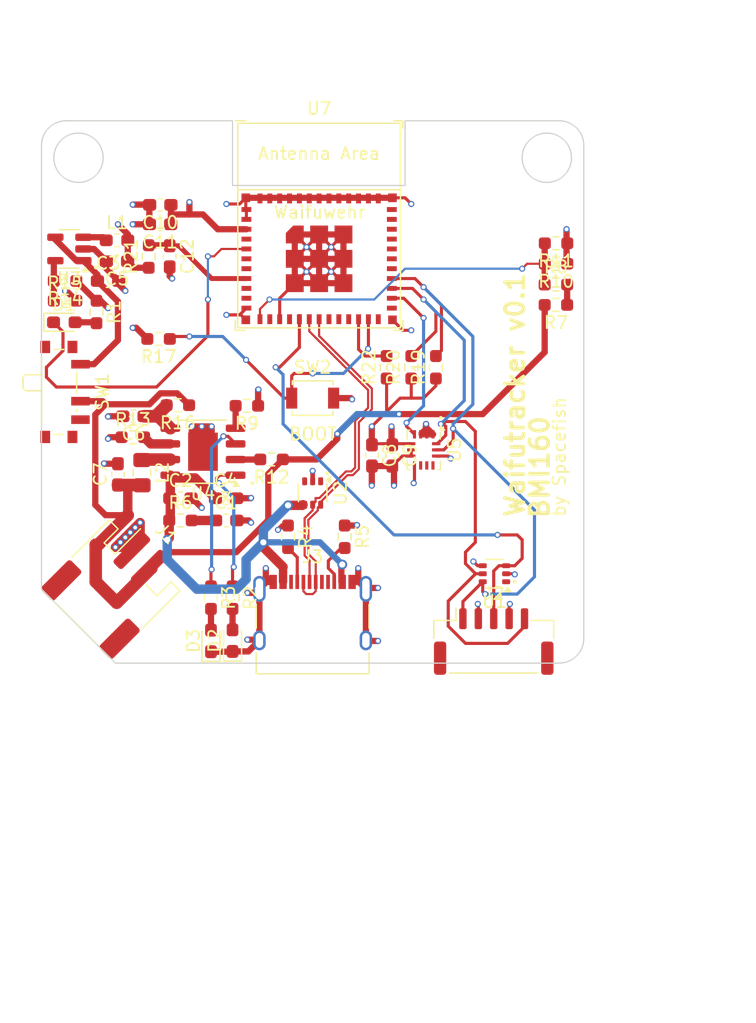
<source format=kicad_pcb>
(kicad_pcb (version 20240108) (generator "pcbnew") (generator_version "8.0")
  (layers (0 "F.Cu" signal) (1 "In1.Cu" power) (2 "In2.Cu" power) (31 "B.Cu" signal) (34 "B.Paste" user) (35 "F.Paste" user) (36 "B.SilkS" user "B.Silkscreen") (37 "F.SilkS" user "F.Silkscreen") (38 "B.Mask" user) (39 "F.Mask" user) (44 "Edge.Cuts" user))
  (net 0 "")
  (net 1 "Net-(C1-Pad1)")
  (net 2 "GND")
  (net 3 "+5V")
  (net 4 "VCC")
  (net 5 "+3V3")
  (net 6 "Net-(U4-BAT)")
  (net 7 "+BATT")
  (net 10 "/EN")
  (net 11 "STATUS_LED")
  (net 12 "Net-(D1-A)")
  (net 13 "Net-(D2-A)")
  (net 14 "Net-(D3-A)")
  (net 15 "SCL")
  (net 16 "LSM_INT_AUX")
  (net 17 "SDA")
  (net 18 "USB_D+")
  (net 19 "USB_D-")
  (net 20 "Net-(J3-CC1)")
  (net 23 "Net-(J3-CC2)")
  (net 24 "Net-(U3-SW)")
  (net 25 "Net-(U4-SW)")
  (net 26 "CHARGING_LED")
  (net 27 "CHARGED_LED")
  (net 28 "Net-(R7-Pad1)")
  (net 29 "ADC")
  (net 30 "Net-(U4-NTC)")
  (net 31 "Net-(U4-TEST)")
  (net 32 "Net-(U4-ICHG)")
  (net 33 "Net-(U3-FB)")
  (net 34 "/BOOT")
  (net 35 "LSM_INT_MAIN")
  (net 41 "/GPIO8")
  (footprint "Package_TO_SOT_SMD:SOT-363_SC-70-6" (layer "F.Cu") (at 147 95.2 -90)
    (property "Reference" "U2")
    (property "Value" "SMF05CT1G")
  )
  (footprint "Capacitor_SMD:C_0603_1608Metric_Pad1.08x0.95mm_HandSolder" (layer "F.Cu") (at 151.8125 92.15 -90)
    (property "Reference" "C8")
    (property "Value" "100n")
  )
  (footprint "Resistor_SMD:R_0603_1608Metric_Pad0.98x0.95mm_HandSolder" (layer "F.Cu") (at 126.9125 78 180)
    (property "Reference" "R14")
    (property "Value" "680k")
  )
  (footprint "Resistor_SMD:R_0603_1608Metric_Pad0.98x0.95mm_HandSolder" (layer "F.Cu") (at 141.6625 88.125 180)
    (property "Reference" "R9")
    (property "Value" "51k")
  )
  (footprint "Resistor_SMD:R_0603_1608Metric_Pad0.98x0.95mm_HandSolder" (layer "F.Cu") (at 132.4125 90.675)
    (property "Reference" "R13")
    (property "Value" "91k")
  )
  (footprint "Connector_JST:JST_GH_SM05B-GHS-TB_1x05-1MP_P1.25mm_Horizontal" (layer "F.Cu") (at 161.691949 107.25)
    (property "Reference" "J2")
    (property "Value" "JST GH")
  )
  (footprint "Resistor_SMD:R_0603_1608Metric_Pad0.98x0.95mm_HandSolder" (layer "F.Cu") (at 149.6 98.75 -90)
    (property "Reference" "R5")
    (property "Value" "5k1")
  )
  (footprint "LED_SMD:LED_0603_1608Metric_Pad1.05x0.95mm_HandSolder" (layer "F.Cu") (at 140.5 107.175 90)
    (property "Reference" "D2")
    (property "Value" "RED")
  )
  (footprint "Resistor_SMD:R_0603_1608Metric_Pad0.98x0.95mm_HandSolder" (layer "F.Cu") (at 166.75 74.94 180)
    (property "Reference" "R11")
    (property "Value" "150k")
  )
  (footprint "Button_Switch_SMD:SW_SPST_B3U-1000P" (layer "F.Cu") (at 147 87.5)
    (property "Reference" "SW2")
    (property "Value" "SW_SPST")
  )
  (footprint "Capacitor_SMD:C_0603_1608Metric_Pad1.08x0.95mm_HandSolder" (layer "F.Cu") (at 139.975 95.625)
    (property "Reference" "C4")
    (property "Value" "22u")
  )
  (footprint "Inductor_SMD:L_0603_1608Metric_Pad1.05x0.95mm_HandSolder" (layer "F.Cu") (at 131.125 74.7)
    (property "Reference" "L1")
    (property "Value" "2u2")
  )
  (footprint "Connector_JST:JST_PH_S2B-PH-SM4-TB_1x02-1MP_P2.00mm_Horizontal" (layer "F.Cu") (at 131.019417 102.6 -45)
    (property "Reference" "J1")
    (property "Value" "BAT")
  )
  (footprint "Capacitor_SMD:C_0603_1608Metric_Pad1.08x0.95mm_HandSolder" (layer "F.Cu") (at 139.9875 97.425)
    (property "Reference" "C1")
    (property "Value" "10u")
  )
  (footprint "Connector_USB:USB_C_Receptacle_XKB_U262-16XN-4BVC11" (layer "F.Cu") (at 147 106.085)
    (property "Reference" "J3")
    (property "Value" "USB_C_Receptacle_USB2.0")
  )
  (footprint "Capacitor_SMD:C_0603_1608Metric_Pad1.08x0.95mm_HandSolder" (layer "F.Cu") (at 134.637937 71.820212 180)
    (property "Reference" "C10")
    (property "Value" "100n")
  )
  (footprint "Capacitor_SMD:C_0603_1608Metric_Pad1.08x0.95mm_HandSolder" (layer "F.Cu") (at 135.4 76 -90)
    (property "Reference" "C12")
    (property "Value" "1u")
  )
  (footprint "Resistor_SMD:R_0603_1608Metric_Pad0.98x0.95mm_HandSolder" (layer "F.Cu") (at 143.6625 92.475 180)
    (property "Reference" "R12")
    (property "Value" "1k")
  )
  (footprint "Resistor_SMD:R_0603_1608Metric_Pad0.98x0.95mm_HandSolder" (layer "F.Cu") (at 138.75 103.6875 -90)
    (property "Reference" "R3")
    (property "Value" "1k")
  )
  (footprint "Resistor_SMD:R_0603_1608Metric_Pad0.98x0.95mm_HandSolder" (layer "F.Cu") (at 136.275 97.425)
    (property "Reference" "R6")
    (property "Value" "2r")
  )
  (footprint "Capacitor_SMD:C_0603_1608Metric_Pad1.08x0.95mm_HandSolder" (layer "F.Cu") (at 136.275 95.625)
    (property "Reference" "C2")
    (property "Value" "10u")
  )
  (footprint "LED_SMD:LED_0603_1608Metric_Pad1.05x0.95mm_HandSolder" (layer "F.Cu") (at 126.85 81.35)
    (property "Reference" "D1")
    (property "Value" "WHITE")
  )
  (footprint "Resistor_SMD:R_0603_1608Metric_Pad0.98x0.95mm_HandSolder" (layer "F.Cu") (at 145 98.75 -90)
    (property "Reference" "R4")
    (property "Value" "5k1")
  )
  (footprint "Capacitor_SMD:C_0603_1608Metric_Pad1.08x0.95mm_HandSolder" (layer "F.Cu") (at 131.125 76.4 180)
    (property "Reference" "C5")
    (property "Value" "10u")
  )
  (footprint "Package_SO:HSOP-8-1EP_3.9x4.9mm_P1.27mm_EP2.41x3.1mm" (layer "F.Cu") (at 138.1 91.85 180)
    (property "Reference" "U4")
    (property "Value" "IP2312")
  )
  (footprint "Package_TO_SOT_SMD:SOT-23-5" (layer "F.Cu") (at 127.2625 75.4 180)
    (property "Reference" "U3")
    (property "Value" "M3406")
  )
  (footprint "Button_Switch_SMD:SW_SPDT_PCM12" (layer "F.Cu") (at 126.73 87 -90)
    (property "Reference" "SW1")
    (property "Value" "SW_SPDT")
  )
  (footprint "Package_LGA:Bosch_LGA-14_3x2.5mm_P0.5mm" (layer "F.Cu") (at 156.0125 91.7 -90)
    (property "Reference" "U5")
    (property "Value" "BMI160")
  )
  (footprint "Resistor_SMD:R_0603_1608Metric_Pad0.98x0.95mm_HandSolder" (layer "F.Cu") (at 136.0625 88.075 180)
    (property "Reference" "R16")
    (property "Value" "0r5")
  )
  (footprint "Resistor_SMD:R_0603_1608Metric_Pad0.98x0.95mm_HandSolder" (layer "F.Cu") (at 155 85 90)
    (property "Reference" "R20")
    (property "Value" "5k1")
  )
  (footprint "Resistor_SMD:R_0603_1608Metric_Pad0.98x0.95mm_HandSolder" (layer "F.Cu") (at 140.5 103.6875 -90)
    (property "Reference" "R2")
    (property "Value" "1k")
  )
  (footprint "Package_TO_SOT_SMD:SOT-363_SC-70-6" (layer "F.Cu") (at 161.75 101.75 180)
    (property "Reference" "U1")
    (property "Value" "SMF05CT1G")
  )
  (footprint "Resistor_SMD:R_0603_1608Metric_Pad0.98x0.95mm_HandSolder" (layer "F.Cu") (at 166.7375 79.94 180)
    (property "Reference" "R7")
    (property "Value" "150k")
  )
  (footprint "Resistor_SMD:R_0603_1608Metric_Pad0.98x0.95mm_HandSolder" (layer "F.Cu") (at 157 85 90)
    (property "Reference" "R19")
    (property "Value" "5k1")
  )
  (footprint "Resistor_SMD:R_0603_1608Metric_Pad0.98x0.95mm_HandSolder" (layer "F.Cu") (at 133.7 76.0125 90)
    (property "Reference" "R21")
    (property "Value" "5k1")
  )
  (footprint "Inductor_SMD:L_0805_2012Metric_Pad1.15x1.40mm_HandSolder" (layer "F.Cu") (at 133.15 93.55 -90)
    (property "Reference" "L2")
    (property "Value" "1uH")
  )
  (footprint "Resistor_SMD:R_0603_1608Metric_Pad0.98x0.95mm_HandSolder" (layer "F.Cu") (at 153 85 90)
    (property "Reference" "R22")
    (property "Value" "5k1")
  )
  (footprint "Capacitor_SMD:C_0603_1608Metric_Pad1.08x0.95mm_HandSolder" (layer "F.Cu") (at 153.4625 92.15 -90)
    (property "Reference" "C9")
    (property "Value" "100n")
  )
  (footprint "Capacitor_SMD:C_0603_1608Metric_Pad1.08x0.95mm_HandSolder" (layer "F.Cu") (at 134.618232 73.40157 180)
    (property "Reference" "C11")
    (property "Value" "1u")
  )
  (footprint "Capacitor_SMD:C_0603_1608Metric_Pad1.08x0.95mm_HandSolder" (layer "F.Cu") (at 131.2 93.6875 90)
    (property "Reference" "C7")
    (property "Value" "22u")
  )
  (footprint "Resistor_SMD:R_0603_1608Metric_Pad0.98x0.95mm_HandSolder" (layer "F.Cu") (at 126.9125 79.6)
    (property "Reference" "R15")
    (property "Value" "150k")
  )
  (footprint "Resistor_SMD:R_0603_1608Metric_Pad0.98x0.95mm_HandSolder" (layer "F.Cu") (at 166.7375 78.29)
    (property "Reference" "R8")
    (property "Value" "150k")
  )
  (footprint "Resistor_SMD:R_0603_1608Metric_Pad0.98x0.95mm_HandSolder" (layer "F.Cu") (at 166.75 76.6 180)
    (property "Reference" "R10")
    (property "Value" "150k")
  )
  (footprint "Resistor_SMD:R_0603_1608Metric_Pad0.98x0.95mm_HandSolder" (layer "F.Cu") (at 134.5 82.7 180)
    (property "Reference" "R17")
    (property "Value" "5k1")
  )
  (footprint "LED_SMD:LED_0603_1608Metric_Pad1.05x0.95mm_HandSolder" (layer "F.Cu") (at 138.75 107.2 90)
    (property "Reference" "D3")
    (property "Value" "GREEN")
  )
  (footprint "Espressif:ESP32-C6-MINI-1" (layer "F.Cu") (at 147.525 73.5)
    (property "Reference" "U7")
    (property "Value" "ESP32-C6-MINI-1/U")
  )
  (footprint "Capacitor_SMD:C_0603_1608Metric_Pad1.08x0.95mm_HandSolder" (layer "F.Cu") (at 130.4 78)
    (property "Reference" "C3")
    (property "Value" "4u7")
  )
  (footprint "Resistor_SMD:R_0603_1608Metric_Pad0.98x0.95mm_HandSolder" (layer "F.Cu") (at 129.4625 80.5125 -90)
    (property "Reference" "R1")
    (property "Value" "1k")
  )
  (footprint "Capacitor_SMD:C_0603_1608Metric_Pad1.08x0.95mm_HandSolder" (layer "F.Cu") (at 132.4625 88.975 180)
    (property "Reference" "C6")
    (property "Value" "22u")
  )
  (gr_circle (center 157.4 89.1) (end 157.5 89.1) (stroke (width 0.1)) (fill solid) (layer "F.SilkS"))
  (gr_circle (center 129.4 76.9) (end 129.5 76.9) (stroke (width 0.1)) (fill solid) (layer "F.SilkS"))
  (gr_circle (center 142.1 94.4) (end 142.2 94.4) (stroke (width 0.1)) (fill solid) (layer "F.SilkS"))
  (gr_circle (center 163.4 102.4) (end 163.5 102.4) (stroke (width 0.1)) (fill solid) (layer "F.SilkS"))
  (gr_circle (center 148.2 93.6) (end 148.3 93.6) (stroke (width 0.1)) (fill solid) (layer "F.SilkS"))
  (gr_line (start 154.5 70.25) (end 154.5 65) (stroke (width 0.1)) (layer "Edge.Cuts"))
  (gr_line (start 131 109) (end 125 103) (stroke (width 0.1)) (layer "Edge.Cuts"))
  (gr_circle (center 128 68) (end 129.6 69.2) (stroke (width 0.1)) (fill none) (layer "Edge.Cuts"))
  (gr_line (start 127 65) (end 140.5 65) (stroke (width 0.1)) (layer "Edge.Cuts"))
  (gr_line (start 154.5 65) (end 167 65) (stroke (width 0.1)) (layer "Edge.Cuts"))
  (gr_line (start 140.5 65) (end 140.5 70.25) (stroke (width 0.1)) (layer "Edge.Cuts"))
  (gr_circle (center 166 68) (end 167.6 69.2) (stroke (width 0.1)) (fill none) (layer "Edge.Cuts"))
  (gr_line (start 167 109) (end 131 109) (stroke (width 0.1)) (layer "Edge.Cuts"))
  (gr_line (start 169 67) (end 169 107) (stroke (width 0.1)) (layer "Edge.Cuts"))
  (gr_arc (start 125 67) (mid 125.585786 65.585786) (end 127 65) (stroke (width 0.1)) (layer "Edge.Cuts"))
  (gr_arc (start 169 107) (mid 168.414214 108.414214) (end 167 109) (stroke (width 0.1)) (layer "Edge.Cuts"))
  (gr_line (start 125 103) (end 125 67) (stroke (width 0.1)) (layer "Edge.Cuts"))
  (gr_arc (start 167 65) (mid 168.414214 65.585786) (end 169 67) (stroke (width 0.1)) (layer "Edge.Cuts"))
  (gr_line (start 140.5 70.25) (end 154.5 70.25) (stroke (width 0.1)) (layer "Edge.Cuts"))
  (gr_text "by Spacefish" (at 167.6 97.2 90) (layer "F.SilkS") (effects (font (size 1 1)) (justify left bottom)))
  (gr_text "X" (at 139.4 96.2 0) (layer "F.SilkS") (effects (font (size 1 1)) (justify left bottom)))
  (gr_text "BMI160" (at 166.3 97.4 90) (layer "F.SilkS") (effects (font (size 1.5 1.5) (thickness 0.3) (bold yes)) (justify left bottom)))
  (gr_text "BOOT" (at 145 91 0) (layer "F.SilkS") (effects (font (size 1 1)) (justify left bottom)))
  (gr_text "Waifutracker v0.1" (at 164.3 97.3 90) (layer "F.SilkS") (effects (font (size 1.5 1.5) (thickness 0.3) (bold yes)) (justify left bottom)))
  (gr_text "Waifuwehr" (at 143.75 73 0) (layer "F.SilkS") (effects (font (size 1 1)) (justify left bottom)))
  (segment (start 137.1875 97.425) (end 139.125 97.425) (width 0.762) (layer "F.Cu") (net 1))
  (segment (start 148.575 77.25) (end 149.5 78.175) (width 0.25) (layer "F.Cu") (net 2))
  (segment (start 146.5 77.25) (end 146.475 77.25) (width 0.25) (layer "F.Cu") (net 2))
  (segment (start 151.4 102.9) (end 151.32 102.98) (width 0.508) (layer "F.Cu") (net 2))
  (segment (start 141.575 72.15) (end 141.625 72.2) (width 0.25) (layer "F.Cu") (net 2))
  (segment (start 141.175 80.75) (end 141.575 81.15) (width 0.25) (layer "F.Cu") (net 2))
  (segment (start 148.5 75.25) (end 148.5 75.2) (width 0.25) (layer "F.Cu") (net 2))
  (segment (start 138 89.8) (end 138 91.75) (width 0.508) (layer "F.Cu") (net 2))
  (segment (start 131.649926 99.2) (end 132.327565 99.877639) (width 0.762) (layer "F.Cu") (net 2))
  (segment (start 140.8375 95.625) (end 141.975 95.625) (width 0.508) (layer "F.Cu") (net 2))
  (segment (start 156.2 90.375) (end 156.2625 90.4375) (width 0.508) (layer "F.Cu") (net 2))
  (segment (start 132.6 99.605204) (end 132.327565 99.877639) (width 0.762) (layer "F.Cu") (net 2))
  (segment (start 137.225 95.625) (end 138 96.4) (width 0.508) (layer "F.Cu") (net 2))
  (segment (start 152.3 102.9) (end 151.4 102.9) (width 0.508) (layer "F.Cu") (net 2))
  (segment (start 141.975 95.625) (end 142 95.6) (width 0.508) (layer "F.Cu") (net 2))
  (segment (start 155 92.2) (end 154.275 92.2) (width 0.254) (layer "F.Cu") (net 2))
  (segment (start 153.6 94.6) (end 153.6 93.15) (width 0.508) (layer "F.Cu") (net 2))
  (segment (start 148.5 75.225) (end 149.5 74.225) (width 0.25) (layer "F.Cu") (net 2))
  (segment (start 142.575 88.125) (end 142.575 86.825) (width 0.508) (layer "F.Cu") (net 2))
  (segment (start 130.2625 77) (end 131.2625 78) (width 0.508) (layer "F.Cu") (net 2))
  (segment (start 131.6 88.975) (end 130.425 88.975) (width 0.508) (layer "F.Cu") (net 2))
  (segment (start 143.2 101.965) (end 143.65 102.415) (width 0.508) (layer "F.Cu") (net 2))
  (segment (start 141.075 71.75) (end 141.575 71.25) (width 0.25) (layer "F.Cu") (net 2))
  (segment (start 141.7 107.1) (end 142.62 107.1) (width 0.508) (layer "F.Cu") (net 2))
  (segment (start 133.7 73.4) (end 133.75 73.45) (width 0.508) (layer "F.Cu") (net 2))
  (segment (start 154.5 71.25) (end 153.475 71.25) (width 0.25) (layer "F.Cu") (net 2))
  (segment (start 162.7 101.75) (end 163.35 101.75) (width 0.254) (layer "F.Cu") (net 2))
  (segment (start 137.2 89.8) (end 138.8 89.8) (width 0.508) (layer "F.Cu") (net 2))
  (segment (start 146.5 77.25) (end 146.5 77.225) (width 0.25) (layer "F.Cu") (net 2))
  (segment (start 138.8 91.15) (end 138.1 91.85) (width 0.508) (layer "F.Cu") (net 2))
  (segment (start 133.75 73.45) (end 133.75 71.825) (width 0.508) (layer "F.Cu") (net 2))
  (segment (start 146.5 75.25) (end 146.575 75.25) (width 0.25) (layer "F.Cu") (net 2))
  (segment (start 147.525 74.225) (end 147.525 78.175) (width 0.5) (layer "F.Cu") (net 2))
  (segment (start 146.5 77.225) (end 147.525 76.2) (width 0.25) (layer "F.Cu") (net 2))
  (segment (start 148.5 77.25) (end 148.5 77.2) (width 0.25) (layer "F.Cu") (net 2))
  (segment (start 146.575 75.25) (end 147.525 76.2) (width 0.25) (layer "F.Cu") (net 2))
  (segment (start 135.4 77.6) (end 135.6 77.8) (width 0.508) (layer "F.Cu") (net 2))
  (segment (start 133 97.6) (end 133 99.205204) (width 0.762) (layer "F.Cu") (net 2))
  (segment (start 145 97.8375) (end 144.537712 97.8375) (width 0.381) (layer "F.Cu") (net 2))
  (segment (start 143.65 102.415) (end 143.245 102.415) (width 0.508) (layer "F.Cu") (net 2))
  (segment (start 150.755 102.415) (end 151.32 102.98) (width 0.508) (layer "F.Cu") (net 2))
  (segment (start 138 91.75) (end 138.1 91.85) (width 0.508) (layer "F.Cu") (net 2))
  (segment (start 160.441949 105.455402) (end 160.441949 104.241949) (width 0.254) (layer "F.Cu") (net 2))
  (segment (start 131 99.6) (end 132.049926 99.6) (width 0.762) (layer "F.Cu") (net 2))
  (segment (start 148.5 77.2) (end 149.5 76.2) (width 0.25) (layer "F.Cu") (net 2))
  (segment (start 151.8125 93.0125) (end 153.4625 93.0125) (width 0.508) (layer "F.Cu") (net 2))
  (segment (start 142.36 103.3) (end 142.68 102.98) (width 0.508) (layer "F.Cu") (net 2))
  (segment (start 160.441949 104.241949) (end 160.4 104.2) (width 0.254) (layer "F.Cu") (net 2))
  (segment (start 148.55 75.25) (end 149.5 76.2) (width 0.25) (layer "F.Cu") (net 2))
  (segment (start 151.8 93.025) (end 151.8125 93.0125) (width 0.508) (layer "F.Cu") (net 2))
  (segment (start 131.2625 78) (end 131.2625 78.2625) (width 0.508) (layer "F.Cu") (net 2))
  (segment (start 154.275 92.2) (end 153.4625 93.0125) (width 0.254) (layer "F.Cu") (net 2))
  (segment (start 130.2625 76.4) (end 130.2625 77) (width 0.508) (layer "F.Cu") (net 2))
  (segment (start 137.2 90.95) (end 138.1 91.85) (width 0.508) (layer "F.Cu") (net 2))
  (segment (start 138.8 89.8) (end 138.8 90.2) (width 0.508) (layer "F.Cu") (net 2))
  (segment (start 131.8 99.350074) (end 132.327565 99.877639) (width 0.762) (layer "F.Cu") (net 2))
  (segment (start 150.7 102.065) (end 150.35 102.415) (width 0.508) (layer "F.Cu") (net 2))
  (segment (start 155 92.2) (end 155 91.7) (width 0.254) (layer "F.Cu") (net 2))
  (segment (start 135.4 76.8625) (end 135.4 77.6) (width 0.508) (layer "F.Cu") (net 2))
  (segment (start 148.5 77.25) (end 148.5 77.175) (width 0.25) (layer "F.Cu") (net 2))
  (segment (start 146.5 75.25) (end 145.55 76.2) (width 0.25) (layer "F.Cu") (net 2))
  (segment (start 128.4 75.4) (end 129.2625 75.4) (width 0.508) (layer "F.Cu") (net 2))
  (segment (start 167.6 76.5375) (end 167.6625 76.6) (width 0.508) (layer "F.Cu") (net 2))
  (segment (start 150.1 87.5) (end 150.2 87.6) (width 0.508) (layer "F.Cu") (net 2))
  (segment (start 144.325 79.4) (end 145.55 78.175) (width 0.25) (layer "F.Cu") (net 2))
  (segment (start 142.62 107.1) (end 142.68 107.16) (width 0.508) (layer "F.Cu") (net 2))
  (segment (start 148.45 77.25) (end 147.525 78.175) (width 0.25) (layer "F.Cu") (net 2))
  (segment (start 141.625 72.2) (end 141.625 73) (width 0.25) (layer "F.Cu") (net 2))
  (segment (start 155 82) (end 154.325 82) (width 0.25) (layer "F.Cu") (net 2))
  (segment (start 140.5 108.05) (end 141.79 108.05) (width 0.508) (layer "F.Cu") (net 2))
  (segment (start 140.85 97.425) (end 141.825 97.425) (width 0.508) (layer "F.Cu") (net 2))
  (segment (start 145.55 74.225) (end 147.5 74.225) (width 0.5) (layer "F.Cu") (net 2))
  (segment (start 129.2625 75.4) (end 130.2625 76.4) (width 0.508) (layer "F.Cu") (net 2))
  (segment (start 132.049926 99.6) (end 132.327565 99.877639) (width 0.762) (layer "F.Cu") (net 2))
  (segment (start 151.36 107.2) (end 151.32 107.16) (width 0.508) (layer "F.Cu") (net 2))
  (segment (start 140 80.75) (end 141.075 80.75) (width 0.25) (layer "F.Cu") (net 2))
  (segment (start 148.475 75.25) (end 147.525 76.2) (width 0.25) (layer "F.Cu") (net 2))
  (segment (start 137.2 90.2) (end 137.2 90.95) (width 0.508) (layer "F.Cu") (net 2))
  (segment (start 146.5 77.25) (end 146.6 77.25) (width 0.25) (layer "F.Cu") (net 2))
  (segment (start 151.32 107.16) (end 151.32 102.98) (width 0.508) (layer "F.Cu") (net 2))
  (segment (start 132.4 73.4) (end 133.7 73.4) (width 0.508) (layer "F.Cu") (net 2))
  (segment (start 167.6 73.8) (end 167.6 76.5375) (width 0.508) (layer "F.Cu") (net 2))
  (segment (start 146.475 77.25) (end 145.55 78.175) (width 0.25) (layer "F.Cu") (net 2))
  (segment (start 149.6 97.8375) (end 150.5625 97.8375) (width 0.508) (layer "F.Cu") (net 2))
  (segment (start 146.5 75.25) (end 146.5 75.175) (width 0.25) (layer "F.Cu") (net 2))
  (segment (start 132.2 98.4) (end 132.2 99.750074) (width 0.762) (layer "F.Cu") (net 2))
  (segment (start 156.2 89.6) (end 156.2 90.375) (width 0.508) (layer "F.Cu") (net 2))
  (segment (start 130.525 90.675) (end 130.4 90.8) (width 0.508) (layer "F.Cu") (net 2))
  (segment (start 133.75 71.825) (end 133.775 71.8) (width 0.508) (layer "F.Cu") (net 2))
  (segment (start 147.5 74.225) (end 149.5 74.225) (width 0.5) (layer "F.Cu") (net 2))
  (segment (start 140 71.75) (end 141.075 71.75) (width 0.25) (layer "F.Cu") (net 2))
  (segment (start 131.5 90.675) (end 130.525 90.675) (width 0.508) (layer "F.Cu") (net 2))
  (segment (start 141.575 71.25) (end 141.575 72.15) (width 0.25) (layer "F.Cu") (net 2))
  (segment (start 130.097 92.825) (end 130.072 92.8) (width 0.508) (layer "F.Cu") (net 2))
  (segment (start 138.8 90.2) (end 137.2 90.2) (width 0.508) (layer "F.Cu") (net 2))
  (segment (start 145.55 78.175) (end 145.55 74.225) (width 0.5) (layer "F.Cu") (net 2))
  (segment (start 148.5 75.2) (end 147.525 74.225) (width 0.25) (layer "F.Cu") (net 2))
  (segment (start 156.2625 90.4375) (end 155.8435 90.4375) (width 0.508) (layer "F.Cu") (net 2))
  (segment (start 151.8 94.6) (end 151.8 93.025) (width 0.508) (layer "F.Cu") (net 2))
  (segment (start 141.79 108.05) (end 142.68 107.16) (width 0.508) (layer "F.Cu") (net 2))
  (segment (start 144.537712 97.8375) (end 144.187642 98.18757) (width 0.381) (layer "F.Cu") (net 2))
  (segment (start 142.68 107.16) (end 142.68 102.98) (width 0.508) (layer "F.Cu") (net 2))
  (segment (start 131.2 92.825) (end 130.097 92.825) (width 0.508) (layer "F.Cu") (net 2))
  (segment (start 148.5 75.25) (end 148.5 75.225) (width 0.25) (layer "F.Cu") (net 2))
  (segment (start 132.4 71.8) (end 133.775 71.8) (width 0.508) (layer "F.Cu") (net 2))
  (segment (start 141.575 71.25) (end 153.475 71.25) (width 0.5) (layer "F.Cu") (net 2))
  (segment (start 156.2 89.875) (end 156.7625 90.4375) (width 0.508) (layer "F.Cu") (net 2))
  (segment (start 150.7 101.3) (end 150.7 102.065) (width 0.508) (layer "F.Cu") (net 2))
  (segment (start 137.1375 95.625) (end 137.225 95.625) (width 0.508) (layer "F.Cu") (net 2))
  (segment (start 146.5 77.25) (end 146.5 77.15) (width 0.25) (layer "F.Cu") (net 2))
  (segment (start 156.2 89.6) (end 156.2 90) (width 0.508) (layer "F.Cu") (net 2))
  (segment (start 127.025 78.8) (end 127.825 79.6) (width 0.508) (layer "F.Cu") (net 2))
  (segment (start 153.6 93.15) (end 153.4625 93.0125) (width 0.508) (layer "F.Cu") (net 2))
  (segment (start 131.8 98.8) (end 131.8 99.350074) (width 0.762) (layer "F.Cu") (net 2))
  (segment (start 148.5 77.175) (end 147.525 76.2) (width 0.25) (layer "F.Cu") (net 2))
  (segment (start 148.5 75.25) (end 148.475 75.25) (width 0.25) (layer "F.Cu") (net 2))
  (segment (start 148.5 75.25) (end 148.55 75.25) (width 0.25) (layer "F.Cu") (net 2))
  (segment (start 144.325 81.1) (end 144.325 79.4) (width 0.25) (layer "F.Cu") (net 2))
  (segment (start 148.5 77.25) (end 148.575 77.25) (width 0.25) (layer "F.Cu") (net 2))
  (segment (start 131.4 99.2) (end 131.649926 99.2) (width 0.762) (layer "F.Cu") (net 2))
  (segment (start 146.5 75.25) (end 147.525 74.225) (width 0.25) (layer "F.Cu") (net 2))
  (segment (start 126.9125 78.8) (end 127.025 78.8) (width 0.508) (layer "F.Cu") (net 2))
  (segment (start 145.55 76.2) (end 149.5 76.2) (width 0.5) (layer "F.Cu") (net 2))
  (segment (start 147.525 74.225) (end 147.5 74.225) (width 0.25) (layer "F.Cu") (net 2))
  (segment (start 152.3 107.2) (end 151.36 107.2) (width 0.508) (layer "F.Cu") (net 2))
  (segment (start 137.2 89.8) (end 137.2 90.2) (width 0.508) (layer "F.Cu") (net 2))
  (segment (start 132.2 99.750074) (end 132.327565 99.877639) (width 0.762) (layer "F.Cu") (net 2))
  (segment (start 131 99.6) (end 133 97.6) (width 0.762) (layer "F.Cu") (net 2))
  (segment (start 142.575 86.825) (end 142.6 86.8) (width 0.508) (layer "F.Cu") (net 2))
  (segment (start 154.325 82) (end 153.475 81.15) (width 0.25) (layer "F.Cu") (net 2))
  (segment (start 149.5 74.225) (end 149.5 78.175) (width 0.5) (layer "F.Cu") (net 2))
  (segment (start 150.35 102.415) (end 150.755 102.415) (width 0.508) (layer "F.Cu") (net 2))
  (segment (start 156.2625 90.4375) (end 156.7625 90.4375) (width 0.508) (layer "F.Cu") (net 2))
  (segment (start 138.8 90.2) (end 138.8 91.15) (width 0.508) (layer "F.Cu") (net 2))
  (segment (start 156.2 89.6) (end 156.2 89.875) (width 0.508) (layer "F.Cu") (net 2))
  (segment (start 143.245 102.415) (end 142.68 102.98) (width 0.508) (layer "F.Cu") (net 2))
  (segment (start 143.2 101.3) (end 143.2 101.965) (width 0.508) (layer "F.Cu") (net 2))
  (segment (start 140 80.75) (end 141.175 80.75) (width 0.25) (layer "F.Cu") (net 2))
  (segment (start 148.5 77.25) (end 148.45 77.25) (width 0.25) (layer "F.Cu") (net 2))
  (segment (start 156.2 90) (end 155.8415 90.3585) (width 0.508) (layer "F.Cu") (net 2))
  (segment (start 150.5625 97.8375) (end 150.6 97.8) (width 0.508) (layer "F.Cu") (net 2))
  (segment (start 141.075 80.75) (end 141.625 80.2) (width 0.25) (layer "F.Cu") (net 2))
  (segment (start 138.75 108.075) (end 140.475 108.075) (width 0.508) (layer "F.Cu") (net 2))
  (segment (start 133 99.205204) (end 132.327565 99.877639) (width 0.762) (layer "F.Cu") (net 2))
  (segment (start 147 94.25) (end 147 93.4) (width 0.381) (layer "F.Cu") (net 2))
  (segment (start 146.5 75.175) (end 145.55 74.225) (width 0.25) (layer "F.Cu") (net 2))
  (segment (start 155 71.75) (end 154.5 71.25) (width 0.25) (layer "F.Cu") (net 2))
  (segment (start 163.35 101.75) (end 163.4 101.8) (width 0.254) (layer "F.Cu") (net 2))
  (segment (start 132.6 98) (end 132.6 99.605204) (width 0.762) (layer "F.Cu") (net 2))
  (segment (start 146.6 77.25) (end 147.525 78.175) (width 0.25) (layer "F.Cu") (net 2))
  (segment (start 149.5 78.175) (end 145.55 78.175) (width 0.5) (layer "F.Cu") (net 2))
  (segment (start 131.2625 78.2625) (end 131.8 78.8) (width 0.508) (layer "F.Cu") (net 2))
  (segment (start 146.5 77.15) (end 145.55 76.2) (width 0.25) (layer "F.Cu") (net 2))
  (segment (start 140.475 108.075) (end 140.5 108.05) (width 0.508) (layer "F.Cu") (net 2))
  (segment (start 148.7 87.5) (end 150.1 87.5) (width 0.508) (layer "F.Cu") (net 2))
  (segment (start 141.825 97.425) (end 142 97.6) (width 0.508) (layer "F.Cu") (net 2))
  (segment (start 141.7 103.3) (end 142.36 103.3) (width 0.508) (layer "F.Cu") (net 2))
  (segment (start 130.425 88.975) (end 130.4 89) (width 0.508) (layer "F.Cu") (net 2))
  (via (at 151.8 94.6) (size 0.5) (drill 0.3) (layers "F.Cu" "B.Cu") (net 2))
  (via (at 153.6 94.6) (size 0.5) (drill 0.3) (layers "F.Cu" "B.Cu") (net 2))
  (via (at 130.4 90.8) (size 0.5) (drill 0.3) (layers "F.Cu" "B.Cu") (net 2))
  (via (at 132.4 73.4) (size 0.5) (drill 0.3) (layers "F.Cu" "B.Cu") (net 2))
  (via (at 155 71.75) (size 0.5) (drill 0.3) (layers "F.Cu" "B.Cu") (net 2))
  (via (at 131 99.6) (size 0.5) (drill 0.3) (layers "F.Cu" "B.Cu") (net 2))
  (via (at 138 96.4) (size 0.5) (drill 0.3) (layers "F.Cu" "B.Cu") (net 2))
  (via (at 130.072 92.8) (size 0.5) (drill 0.3) (layers "F.Cu" "B.Cu") (net 2))
  (via (at 152.3 102.9) (size 0.5) (drill 0.3) (layers "F.Cu" "B.Cu") (net 2))
  (via (at 142 95.6) (size 0.5) (drill 0.3) (layers "F.Cu" "B.Cu") (net 2))
  (via (at 167.6 73.8) (size 0.5) (drill 0.3) (layers "F.Cu" "B.Cu") (net 2))
  (via (at 141.7 107.1) (size 0.5) (drill 0.3) (layers "F.Cu" "B.Cu") (net 2))
  (via (at 155 82) (size 0.5) (drill 0.3) (layers "F.Cu" "B.Cu") (net 2))
  (via (at 147 93.4) (size 0.5) (drill 0.3) (layers "F.Cu" "B.Cu") (net 2))
  (via (at 130.4 89) (size 0.5) (drill 0.3) (layers "F.Cu" "B.Cu") (net 2))
  (via (at 138.8 89.8) (size 0.5) (drill 0.3) (layers "F.Cu" "B.Cu") (net 2))
  (via (at 132.6 98) (size 0.5) (drill 0.3) (layers "F.Cu" "B.Cu") (net 2))
  (via (at 156.2 89.6) (size 0.5) (drill 0.3) (layers "F.Cu" "B.Cu") (net 2))
  (via (at 142 97.6) (size 0.5) (drill 0.3) (layers "F.Cu" "B.Cu") (net 2))
  (via (at 140 80.75) (size 0.5) (drill 0.3) (layers "F.Cu" "B.Cu") (net 2))
  (via (at 150.2 87.6) (size 0.5) (drill 0.3) (layers "F.Cu" "B.Cu") (net 2))
  (via (at 146.5 75.25) (size 0.5) (drill 0.3) (layers "F.Cu" "B.Cu") (net 2))
  (via (at 152.3 107.2) (size 0.5) (drill 0.3) (layers "F.Cu" "B.Cu") (net 2))
  (via (at 131.8 78.8) (size 0.5) (drill 0.3) (layers "F.Cu" "B.Cu") (net 2))
  (via (at 132.2 98.4) (size 0.5) (drill 0.3) (layers "F.Cu" "B.Cu") (net 2))
  (via (at 126.9125 78.8) (size 0.5) (drill 0.3) (layers "F.Cu" "B.Cu") (net 2))
  (via (at 140 71.75) (size 0.5) (drill 0.3) (layers "F.Cu" "B.Cu") (net 2))
  (via (at 141.7 103.3) (size 0.5) (drill 0.3) (layers "F.Cu" "B.Cu") (net 2))
  (via (at 135.6 77.8) (size 0.5) (drill 0.3) (layers "F.Cu" "B.Cu") (net 2))
  (via (at 150.6 97.8) (size 0.5) (drill 0.3) (layers "F.Cu" "B.Cu") (net 2))
  (via (at 131.4 99.2) (size 0.5) (drill 0.3) (layers "F.Cu" "B.Cu") (net 2))
  (via (at 137.2 89.8) (size 0.5) (drill 0.3) (layers "F.Cu" "B.Cu") (net 2))
  (via (at 143.2 101.3) (size 0.5) (drill 0.3) (layers "F.Cu" "B.Cu") (net 2))
  (via (at 163.4 101.8) (size 0.5) (drill 0.3) (layers "F.Cu" "B.Cu") (net 2))
  (via (at 148.5 75.25) (size 0.5) (drill 0.3) (layers "F.Cu" "B.Cu") (net 2))
  (via (at 150.7 101.3) (size 0.5) (drill 0.3) (layers "F.Cu" "B.Cu") (net 2))
  (via (at 148.5 77.25) (size 0.5) (drill 0.3) (layers "F.Cu" "B.Cu") (net 2))
  (via (at 133 97.6) (size 0.5) (drill 0.3) (layers "F.Cu" "B.Cu") (net 2))
  (via (at 144.187642 98.18757) (size 0.5) (drill 0.3) (layers "F.Cu" "B.Cu") (net 2))
  (via (at 132.4 71.8) (size 0.5) (drill 0.3) (layers "F.Cu" "B.Cu") (net 2))
  (via (at 142.6 86.8) (size 0.5) (drill 0.3) (layers "F.Cu" "B.Cu") (net 2))
  (via (at 146.5 77.25) (size 0.5) (drill 0.3) (layers "F.Cu" "B.Cu") (net 2))
  (via (at 138 89.8) (size 0.5) (drill 0.3) (layers "F.Cu" "B.Cu") (net 2))
  (via (at 131.8 98.8) (size 0.5) (drill 0.3) (layers "F.Cu" "B.Cu") (net 2))
  (via (at 160.4 104.2) (size 0.5) (drill 0.3) (layers "F.Cu" "B.Cu") (net 2))
  (segment (start 144.45 102.415) (end 144.45 101.05) (width 0.381) (layer "F.Cu") (net 3))
  (segment (start 144.6 101.2) (end 144.75 101.35) (width 0.381) (layer "F.Cu") (net 3))
  (segment (start 135.676 93.981) (end 137.4685 93.981) (width 0.762) (layer "F.Cu") (net 3))
  (segment (start 135.45 93.755) (end 135.676 93.981) (width 0.762) (layer "F.Cu") (net 3))
  (segment (start 149.331 101.069308) (end 149.400154 101.000154) (width 0.508) (layer "F.Cu") (net 3))
  (segment (start 149.331 102.415) (end 149.331 101.069308) (width 0.508) (layer "F.Cu") (net 3))
  (segment (start 135.45 97.3375) (end 135.3625 97.425) (width 0.762) (layer "F.Cu") (net 3))
  (segment (start 135.45 93.755) (end 135.45 97.3375) (width 0.762) (layer "F.Cu") (net 3))
  (segment (start 146.169 96.2) (end 144.999978 96.2) (width 0.762) (layer "F.Cu") (net 3))
  (segment (start 143 99.6) (end 143 99.2) (width 0.762) (layer "F.Cu") (net 3))
  (segment (start 135.3625 98.8375) (end 135.3625 97.425) (width 0.762) (layer "F.Cu") (net 3))
  (segment (start 135.2 99) (end 135.3625 98.8375) (width 0.762) (layer "F.Cu") (net 3))
  (segment (start 144.75 101.35) (end 144.75 102.415) (width 0.381) (layer "F.Cu") (net 3))
  (segment (start 144.45 101.05) (end 144.6 101.2) (width 0.381) (layer "F.Cu") (net 3))
  (segment (start 149.25 102.415) (end 149.55 102.415) (width 0.254) (layer "F.Cu") (net 3))
  (segment (start 137.4685 93.981) (end 139.1125 95.625) (width 0.762) (layer "F.Cu") (net 3))
  (segment (start 144.6 101.2) (end 143 99.6) (width 0.762) (layer "F.Cu") (net 3))
  (segment (start 146.219 96.15) (end 146.169 96.2) (width 0.762) (layer "F.Cu") (net 3))
  (via (at 143 99.2) (size 0.8) (drill 0.5) (layers "F.Cu" "B.Cu") (net 3))
  (via (at 149.400154 101.000154) (size 0.8) (drill 0.5) (layers "F.Cu" "B.Cu") (net 3))
  (via (at 144.999978 96.2) (size 0.8) (drill 0.5) (layers "F.Cu" "B.Cu") (net 3))
  (via (at 135.2 99) (size 0.8) (drill 0.5) (layers "F.Cu" "B.Cu") (net 3))
  (segment (start 137.6 103) (end 135.2 100.6) (width 0.762) (layer "B.Cu") (net 3))
  (segment (start 143 98.199978) (end 144.999978 96.2) (width 0.762) (layer "B.Cu") (net 3))
  (segment (start 143 99.2) (end 147.6 99.2) (width 0.508) (layer "B.Cu") (net 3))
  (segment (start 135.2 100.6) (end 135.2 99) (width 0.762) (layer "B.Cu") (net 3))
  (segment (start 141.6 102.2) (end 140.8 103) (width 0.762) (layer "B.Cu") (net 3))
  (segment (start 143 99.2) (end 143 98.199978) (width 0.762) (layer "B.Cu") (net 3))
  (segment (start 140.8 103) (end 137.6 103) (width 0.762) (layer "B.Cu") (net 3))
  (segment (start 143 99.2) (end 141.6 100.6) (width 0.762) (layer "B.Cu") (net 3))
  (segment (start 141.6 100.6) (end 141.6 102.2) (width 0.762) (layer "B.Cu") (net 3))
  (segment (start 147.6 99.2) (end 149.400154 101.000154) (width 0.508) (layer "B.Cu") (net 3))
  (segment (start 131.2 79.6625) (end 129.5375 78) (width 0.508) (layer "F.Cu") (net 4))
  (segment (start 129.5375 78) (end 129.5375 77.4875) (width 0.508) (layer "F.Cu") (net 4))
  (segment (start 127.833315 76.35) (end 126.125 74.641685) (width 0.508) (layer "F.Cu") (net 4))
  (segment (start 129.5375 77.4875) (end 128.4 76.35) (width 0.508) (layer "F.Cu") (net 4))
  (segment (start 128.4 76.35) (end 127.833315 76.35) (width 0.508) (layer "F.Cu") (net 4))
  (segment (start 128.16 84.75) (end 129.25 84.75) (width 0.508) (layer "F.Cu") (net 4))
  (segment (start 126.125 74.641685) (end 126.125 74.45) (width 0.508) (layer "F.Cu") (net 4))
  (segment (start 131.2 82.8) (end 131.2 79.6625) (width 0.508) (layer "F.Cu") (net 4))
  (segment (start 129.25 84.75) (end 131.2 82.8) (width 0.508) (layer "F.Cu") (net 4))
  (segment (start 152.8 88.8) (end 153 88.6) (width 0.25) (layer "F.Cu") (net 5))
  (segment (start 151.8 91.275) (end 151.8125 91.2875) (width 0.508) (layer "F.Cu") (net 5))
  (segment (start 157 85.9125) (end 157 86.5) (width 0.25) (layer "F.Cu") (net 5))
  (segment (start 135.5 72.6) (end 137 72.6) (width 0.508) (layer "F.Cu") (net 5))
  (segment (start 162.941949 104.258051) (end 163 104.2) (width 0.254) (layer "F.Cu") (net 5))
  (segment (start 132 74.7) (end 132 74.2) (width 0.508) (layer "F.Cu") (net 5))
  (segment (start 138.1 72.6) (end 139.3 73.8) (width 0.508) (layer "F.Cu") (net 5))
  (segment (start 132.5125 76.925) (end 131.9875 76.4) (width 0.508) (layer "F.Cu") (net 5))
  (segment (start 155 87.5) (end 155 85.9125) (width 0.25) (layer "F.Cu") (net 5))
  (segment (start 151.8 89.8) (end 152.8 88.8) (width 0.25) (layer "F.Cu") (net 5))
  (segment (start 162.941949 105.455402) (end 162.941949 104.258051) (width 0.254) (layer "F.Cu") (net 5))
  (segment (start 157.025 92.2) (end 158 92.2) (width 0.254) (layer "F.Cu") (net 5))
  (segment (start 155.2625 94.3375) (end 155.2 94.4) (width 0.254) (layer "F.Cu") (net 5))
  (segment (start 155.2625 92.9625) (end 155.2625 94.3375) (width 0.254) (layer "F.Cu") (net 5))
  (segment (start 153.4 91.225) (end 153.4625 91.2875) (width 0.508) (layer "F.Cu") (net 5))
  (segment (start 160.387002 101.1) (end 160.043501 100.756499) (width 0.254) (layer "F.Cu") (net 5))
  (segment (start 154.1 87.5) (end 155 87.5) (width 0.25) (layer "F.Cu") (net 5))
  (segment (start 133.7 76.925) (end 132.5125 76.925) (width 0.508) (layer "F.Cu") (net 5))
  (segment (start 153.4 89.8) (end 153.4 91.225) (width 0.508) (layer "F.Cu") (net 5))
  (segment (start 132 74.7) (end 132 76.3875) (width 0.508) (layer "F.Cu") (net 5))
  (segment (start 132.4 81.8) (end 132.6875 81.8) (width 0.508) (layer "F.Cu") (net 5))
  (segment (start 135.5 72.6) (end 135.5 73.425) (width 0.508) (layer "F.Cu") (net 5))
  (segment (start 132 74.2) (end 131.2 73.4) (width 0.508) (layer "F.Cu") (net 5))
  (segment (start 137 72.6) (end 138.1 72.6) (width 0.508) (layer "F.Cu") (net 5))
  (segment (start 129.4625 79.6) (end 129.8 79.6) (width 0.508) (layer "F.Cu") (net 5))
  (segment (start 155 87.5) (end 156 87.5) (width 0.25) (layer "F.Cu") (net 5))
  (segment (start 137 72.6) (end 137 71.6) (width 0.508) (layer "F.Cu") (net 5))
  (segment (start 132.6875 81.8) (end 133.5875 82.7) (width 0.508) (layer "F.Cu") (net 5))
  (segment (start 153 88.6) (end 153 85.9125) (width 0.25) (layer "F.Cu") (net 5))
  (segment (start 158 92.2) (end 158.2 92.4) (width 0.254) (layer "F.Cu") (net 5))
  (segment (start 160.8 101.1) (end 160.387002 101.1) (width 0.254) (layer "F.Cu") (net 5))
  (segment (start 129.8 79.6) (end 130.4 80.2) (width 0.508) (layer "F.Cu") (net 5))
  (segment (start 152.8 88.8) (end 154.1 87.5) (width 0.25) (layer "F.Cu") (net 5))
  (segment (start 132 76.3875) (end 131.9875 76.4) (width 0.508) (layer "F.Cu") (net 5))
  (segment (start 139.3 73.8) (end 141.625 73.8) (width 0.508) (layer "F.Cu") (net 5))
  (segment (start 129.4625 79.6) (end 129.425 79.6) (width 0.508) (layer "F.Cu") (net 5))
  (segment (start 155 91.2) (end 151.9 91.2) (width 0.254) (layer "F.Cu") (net 5))
  (segment (start 157 86.5) (end 156 87.5) (width 0.25) (layer "F.Cu") (net 5))
  (segment (start 129.425 79.6) (end 127.825 78) (width 0.508) (layer "F.Cu") (net 5))
  (segment (start 151.8 89.8) (end 151.8 91.275) (width 0.508) (layer "F.Cu") (net 5))
  (segment (start 151.9 91.2) (end 151.8125 91.2875) (width 0.254) (layer "F.Cu") (net 5))
  (segment (start 135.5 71.8) (end 135.5 72.6) (width 0.508) (layer "F.Cu") (net 5))
  (via (at 137 71.6) (size 0.5) (drill 0.3) (layers "F.Cu" "B.Cu") (net 5))
  (via (at 131.2 73.4) (size 0.5) (drill 0.3) (layers "F.Cu" "B.Cu") (net 5))
  (via (at 155.2 94.4) (size 0.5) (drill 0.3) (layers "F.Cu" "B.Cu") (net 5))
  (via (at 160.043501 100.756499) (size 0.5) (drill 0.3) (layers "F.Cu" "B.Cu") (net 5))
  (via (at 158.2 92.4) (size 0.5) (drill 0.3) (layers "F.Cu" "B.Cu") (net 5))
  (via (at 132.4 81.8) (size 0.5) (drill 0.3) (layers "F.Cu" "B.Cu") (net 5))
  (via (at 130.4 80.2) (size 0.5) (drill 0.3) (layers "F.Cu" "B.Cu") (net 5))
  (via (at 163 104.2) (size 0.5) (drill 0.3) (layers "F.Cu" "B.Cu") (net 5))
  (via (at 151.8 89.8) (size 0.5) (drill 0.3) (layers "F.Cu" "B.Cu") (net 5))
  (via (at 153.4 89.8) (size 0.5) (drill 0.3) (layers "F.Cu" "B.Cu") (net 5))
  (segment (start 133.325 88.975) (end 134.48 88.975) (width 1.016) (layer "F.Cu") (net 6))
  (segment (start 134.25 88.975) (end 135.15 88.075) (width 1.016) (layer "F.Cu") (net 6))
  (segment (start 134.48 88.975) (end 135.15 88.305) (width 0.762) (layer "F.Cu") (net 6))
  (segment (start 134.48 88.975) (end 135.45 89.945) (width 1.016) (layer "F.Cu") (net 6))
  (segment (start 135.15 88.305) (end 135.15 88.075) (width 0.762) (layer "F.Cu") (net 6))
  (segment (start 133.325 88.975) (end 134.25 88.975) (width 1.016) (layer "F.Cu") (net 6))
  (segment (start 134.646571 87.113) (end 133.759571 88) (width 0.508) (layer "F.Cu") (net 7))
  (segment (start 136.975 88.075) (end 136.013 87.113) (width 0.508) (layer "F.Cu") (net 7))
  (segment (start 165.825 83.775) (end 165.825 79.94) (width 0.508) (layer "F.Cu") (net 7))
  (segment (start 129.4 102.4) (end 131.1 104.1) (width 1.016) (layer "F.Cu") (net 7))
  (segment (start 143.4 97.398736) (end 140.798736 100) (width 0.508) (layer "F.Cu") (net 7))
  (segment (start 132 94.55) (end 132 97) (width 0.762) (layer "F.Cu") (net 7))
  (segment (start 131.2 94.55) (end 133.125 94.55) (width 1.016) (layer "F.Cu") (net 7))
  (segment (start 144.575 92.475) (end 147.325 92.475) (width 0.508) (layer "F.Cu") (net 7))
  (segment (start 132 94.55) (end 133.125 94.55) (width 0.762) (layer "F.Cu") (net 7))
  (segment (start 131.2 94.55) (end 132 94.55) (width 0.762) (layer "F.Cu") (net 7))
  (segment (start 140.798736 100) (end 135.214213 100) (width 0.508) (layer "F.Cu") (net 7))
  (segment (start 147.325 92.475) (end 149 90.8) (width 0.508) (layer "F.Cu") (net 7))
  (segment (start 133.759571 88) (end 130.2 88) (width 0.508) (layer "F.Cu") (net 7))
  (segment (start 129.6 99.4) (end 129.4 99.4) (width 1.016) (layer "F.Cu") (net 7))
  (segment (start 130.2 88) (end 129.364 88.836) (width 0.508) (layer "F.Cu") (net 7))
  (segment (start 149 90.8) (end 149 90.4) (width 0.508) (layer "F.Cu") (net 7))
  (segment (start 128.16 87.75) (end 129.95 87.75) (width 0.508) (layer "F.Cu") (net 7))
  (segment (start 144.575 92.475) (end 143.4 93.65) (width 0.508) (layer "F.Cu") (net 7))
  (segment (start 129.364 88.836) (end 129.364 96.164) (width 0.508) (layer "F.Cu") (net 7))
  (segment (start 143.4 93.65) (end 143.4 97.398736) (width 0.508) (layer "F.Cu") (net 7))
  (segment (start 133.125 94.55) (end 133.15 94.575) (width 1.016) (layer "F.Cu") (net 7))
  (segment (start 129.4 99.4) (end 129.4 102.4) (width 1.016) (layer "F.Cu") (net 7))
  (segment (start 154 88.8) (end 160.8 88.8) (width 0.508) (layer "F.Cu") (net 7))
  (segment (start 160.8 88.8) (end 165.825 83.775) (width 0.508) (layer "F.Cu") (net 7))
  (segment (start 132 97) (end 129.6 99.4) (width 1.016) (layer "F.Cu") (net 7))
  (segment (start 130.2 97) (end 132 97) (width 0.508) (layer "F.Cu") (net 7))
  (segment (start 129.95 87.75) (end 130.2 88) (width 0.508) (layer "F.Cu") (net 7))
  (segment (start 136.013 87.113) (end 134.646571 87.113) (width 0.508) (layer "F.Cu") (net 7))
  (segment (start 135.214213 100) (end 133.922361 101.291852) (width 0.508) (layer "F.Cu") (net 7))
  (segment (start 133.908148 101.291852) (end 131.1 104.1) (width 1.016) (layer "F.Cu") (net 7))
  (segment (start 129.364 96.164) (end 130.2 97) (width 0.508) (layer "F.Cu") (net 7))
  (segment (start 133.922361 101.291852) (end 133.908148 101.291852) (width 1.016) (layer "F.Cu") (net 7))
  (via (at 154 88.8) (size 0.5) (drill 0.3) (layers "F.Cu" "B.Cu") (net 7))
  (via (at 149 90.4) (size 0.5) (drill 0.3) (layers "F.Cu" "B.Cu") (net 7))
  (segment (start 150.6 88.8) (end 149 90.4) (width 0.508) (layer "B.Cu") (net 7))
  (segment (start 154 88.8) (end 150.6 88.8) (width 0.508) (layer "B.Cu") (net 7))
  (segment (start 136.1375 75.1375) (end 138.8 77.8) (width 0.4) (layer "F.Cu") (net 10))
  (segment (start 135.3625 75.1) (end 135.4 75.1375) (width 0.508) (layer "F.Cu") (net 10))
  (segment (start 138.8 77.8) (end 141.625 77.8) (width 0.4) (layer "F.Cu") (net 10))
  (segment (start 135.4 75.1375) (end 136.1375 75.1375) (width 0.4) (layer "F.Cu") (net 10))
  (segment (start 133.7 75.1) (end 135.3625 75.1) (width 0.508) (layer "F.Cu") (net 10))
  (segment (start 126.2 86.6) (end 134.337913 86.6) (width 0.254) (layer "F.Cu") (net 11))
  (segment (start 139.6 75.4) (end 141.625 75.4) (width 0.175006) (layer "F.Cu") (net 11))
  (segment (start 138.5 82.437913) (end 138.5 79.5) (width 0.254) (layer "F.Cu") (net 11))
  (segment (start 138.5 76) (end 139 76) (width 0.175006) (layer "F.Cu") (net 11))
  (segment (start 125.4 85.8) (end 126.2 86.6) (width 0.254) (layer "F.Cu") (net 11))
  (segment (start 134.337913 86.6) (end 138.5 82.437913) (width 0.254) (layer "F.Cu") (net 11))
  (segment (start 139 76) (end 139.6 75.4) (width 0.175006) (layer "F.Cu") (net 11))
  (segment (start 126.742555 83.657445) (end 125.4 85) (width 0.254) (layer "F.Cu") (net 11))
  (segment (start 125.4 85) (end 125.4 85.8) (width 0.254) (layer "F.Cu") (net 11))
  (segment (start 125.975 81.35) (end 126.742555 82.117555) (width 0.254) (layer "F.Cu") (net 11))
  (segment (start 126.742555 82.117555) (end 126.742555 83.657445) (width 0.254) (layer "F.Cu") (net 11))
  (via (at 138.5 76) (size 0.5) (drill 0.3) (layers "F.Cu" "B.Cu") (net 11))
  (via (at 138.5 79.5) (size 0.5) (drill 0.3) (layers "F.Cu" "B.Cu") (net 11))
  (segment (start 138.5 76) (end 138.5 79.5) (width 0.175006) (layer "B.Cu") (net 11))
  (segment (start 129.3875 81.35) (end 129.4625 81.425) (width 0.508) (layer "F.Cu") (net 12))
  (segment (start 127.725 81.35) (end 129.3875 81.35) (width 0.508) (layer "F.Cu") (net 12))
  (segment (start 140.5 106.3) (end 140.5 104.6) (width 0.508) (layer "F.Cu") (net 13))
  (segment (start 138.75 106.325) (end 138.75 104.6) (width 0.508) (layer "F.Cu") (net 14))
  (segment (start 157.025 91.7) (end 157.6415 91.7) (width 0.254) (layer "F.Cu") (net 15))
  (segment (start 156 78.5) (end 155.3 77.8) (width 0.25) (layer "F.Cu") (net 15))
  (segment (start 159.191949 104.008051) (end 160.8 102.4) (width 0.254) (layer "F.Cu") (net 15))
  (segment (start 158.4 90.9415) (end 158.4 89.977) (width 0.254) (layer "F.Cu") (net 15))
  (segment (start 157.45 79.95) (end 156 78.5) (width 0.25) (layer "F.Cu") (net 15))
  (segment (start 159.191949 105.455402) (end 159.191949 104.008051) (width 0.254) (layer "F.Cu") (net 15))
  (segment (start 160.8 102.4) (end 160.8 103.2) (width 0.254) (layer "F.Cu") (net 15))
  (segment (start 160.8 103.2) (end 161 103.4) (width 0.254) (layer "F.Cu") (net 15))
  (segment (start 157.45 83.6375) (end 157.45 79.95) (width 0.25) (layer "F.Cu") (net 15))
  (segment (start 157 84.0875) (end 157.45 83.6375) (width 0.25) (layer "F.Cu") (net 15))
  (segment (start 155.3 77.8) (end 153.425 77.8) (width 0.25) (layer "F.Cu") (net 15))
  (segment (start 157.6415 91.7) (end 158.4 90.9415) (width 0.254) (layer "F.Cu") (net 15))
  (via (at 158.4 89.977) (size 0.5) (drill 0.3) (layers "F.Cu" "B.Cu") (net 15))
  (via (at 156 78.5) (size 0.5) (drill 0.3) (layers "F.Cu" "B.Cu") (net 15))
  (via (at 161 103.4) (size 0.5) (drill 0.3) (layers "F.Cu" "B.Cu") (net 15))
  (segment (start 158.4 89.6) (end 158.4 89.977) (width 0.254) (layer "B.Cu") (net 15))
  (segment (start 161 103.4) (end 163.6 103.4) (width 0.254) (layer "B.Cu") (net 15))
  (segment (start 160 88) (end 158.4 89.6) (width 0.254) (layer "B.Cu") (net 15))
  (segment (start 165 96.577) (end 158.4 89.977) (width 0.254) (layer "B.Cu") (net 15))
  (segment (start 165 102) (end 165 96.577) (width 0.254) (layer "B.Cu") (net 15))
  (segment (start 156 78.5) (end 160 82.5) (width 0.254) (layer "B.Cu") (net 15))
  (segment (start 163.6 103.4) (end 165 102) (width 0.254) (layer "B.Cu") (net 15))
  (segment (start 160 82.5) (end 160 88) (width 0.254) (layer "B.Cu") (net 15))
  (segment (start 144 85) (end 144.316002 85) (width 0.254) (layer "F.Cu") (net 16))
  (segment (start 145.925 83.391002) (end 145.925 80.8) (width 0.254) (layer "F.Cu") (net 16))
  (segment (start 164 100.5) (end 164 99) (width 0.254) (layer "F.Cu") (net 16))
  (segment (start 162.7 101.1) (end 163.4 101.1) (width 0.254) (layer "F.Cu") (net 16))
  (segment (start 144.316002 85) (end 145.925 83.391002) (width 0.254) (layer "F.Cu") (net 16))
  (segment (start 163.6 98.6) (end 162 98.6) (width 0.254) (layer "F.Cu") (net 16))
  (segment (start 161.691949 101.529051) (end 162.121 101.1) (width 0.254) (layer "F.Cu") (net 16))
  (segment (start 164 99) (end 163.6 98.6) (width 0.254) (layer "F.Cu") (net 16))
  (segment (start 162.121 101.1) (end 162.7 101.1) (width 0.254) (layer "F.Cu") (net 16))
  (segment (start 161.691949 105.455402) (end 161.691949 101.529051) (width 0.254) (layer "F.Cu") (net 16))
  (segment (start 163.4 101.1) (end 164 100.5) (width 0.254) (layer "F.Cu") (net 16))
  (via (at 144 85) (size 0.5) (drill 0.3) (layers "F.Cu" "B.Cu") (net 16))
  (via (at 162 98.6) (size 0.5) (drill 0.3) (layers "F.Cu" "B.Cu") (net 16))
  (segment (start 144.6 89.6) (end 153.6 98.6) (width 0.254) (layer "B.Cu") (net 16))
  (segment (start 153.6 98.6) (end 162 98.6) (width 0.254) (layer "B.Cu") (net 16))
  (segment (start 144 85) (end 144.6 85.6) (width 0.254) (layer "B.Cu") (net 16))
  (segment (start 144.6 85.6) (end 144.6 89.6) (width 0.254) (layer "B.Cu") (net 16))
  (segment (start 162.818851 107.4) (end 164.191949 106.026902) (width 0.254) (layer "F.Cu") (net 17))
  (segment (start 157.599999 89.6) (end 157.799999 89.4) (width 0.254) (layer "F.Cu") (net 17))
  (segment (start 157.025 91.2) (end 157.1165 91.2) (width 0.254) (layer "F.Cu") (net 17))
  (segment (start 159.4 89.4) (end 160.2 90.2) (width 0.254) (layer "F.Cu") (net 17))
  (segment (start 157.1165 91.2) (end 157.8 90.5165) (width 0.254) (layer "F.Cu") (net 17))
  (segment (start 158 106) (end 159.4 107.4) (width 0.254) (layer "F.Cu") (net 17))
  (segment (start 156 79.5) (end 155.1 78.6) (width 0.25) (layer "F.Cu") (net 17))
  (segment (start 155 84.0875) (end 157 82.0875) (width 0.25) (layer "F.Cu") (net 17))
  (segment (start 160.2 90.2) (end 160.2 99.2) (width 0.254) (layer "F.Cu") (net 17))
  (segment (start 157 80.5) (end 156 79.5) (width 0.25) (layer "F.Cu") (net 17))
  (segment (start 160.221 101.75) (end 158 103.971) (width 0.254) (layer "F.Cu") (net 17))
  (segment (start 160.2 99.2) (end 159.4 100) (width 0.254) (layer "F.Cu") (net 17))
  (segment (start 157.6 89.6) (end 157.4 89.6) (width 0.254) (layer "F.Cu") (net 17))
  (segment (start 155.1 78.6) (end 153.425 78.6) (width 0.25) (layer "F.Cu") (net 17))
  (segment (start 157.799999 89.4) (end 159.4 89.4) (width 0.254) (layer "F.Cu") (net 17))
  (segment (start 157 82.0875) (end 157 80.5) (width 0.25) (layer "F.Cu") (net 17))
  (segment (start 157.8 89.8) (end 157.6 89.6) (width 0.254) (layer "F.Cu") (net 17))
  (segment (start 164.191949 106.026902) (end 164.191949 105.455402) (width 0.254) (layer "F.Cu") (net 17))
  (segment (start 157.8 90.5165) (end 157.8 89.8) (width 0.254) (layer "F.Cu") (net 17))
  (segment (start 157.4 89.6) (end 157.599999 89.6) (width 0.254) (layer "F.Cu") (net 17))
  (segment (start 159.4 100) (end 159.4 100.929) (width 0.254) (layer "F.Cu") (net 17))
  (segment (start 158 103.971) (end 158 106) (width 0.254) (layer "F.Cu") (net 17))
  (segment (start 160.8 101.75) (end 160.221 101.75) (width 0.254) (layer "F.Cu") (net 17))
  (segment (start 159.4 100.929) (end 160.221 101.75) (width 0.254) (layer "F.Cu") (net 17))
  (segment (start 159.4 107.4) (end 162.818851 107.4) (width 0.254) (layer "F.Cu") (net 17))
  (via (at 157.4 89.6) (size 0.5) (drill 0.3) (layers "F.Cu" "B.Cu") (net 17))
  (via (at 156 79.5) (size 0.5) (drill 0.3) (layers "F.Cu" "B.Cu") (net 17))
  (segment (start 159.299997 87.700003) (end 157.4 89.6) (width 0.254) (layer "B.Cu") (net 17))
  (segment (start 159.299997 82.799997) (end 159.299997 87.700003) (width 0.254) (layer "B.Cu") (net 17))
  (segment (start 156 79.5) (end 159.299997 82.799997) (width 0.254) (layer "B.Cu") (net 17))
  (segment (start 146.725 80.8) (end 146.725 82.077106) (width 0.175006) (layer "F.Cu") (net 18))
  (segment (start 150.448997 89.337451) (end 150.448997 93.137451) (width 0.175006) (layer "F.Cu") (net 18))
  (segment (start 151.5 88.286448) (end 150.448997 89.337451) (width 0.175006) (layer "F.Cu") (net 18))
  (segment (start 146.348997 97.251009) (end 147 96.600006) (width 0.175006) (layer "F.Cu") (net 18))
  (segment (start 147.235497 95.610497) (end 147.235497 95.914503) (width 0.175006) (layer "F.Cu") (net 18))
  (segment (start 147.235497 95.914503) (end 147 96.15) (width 0.175006) (layer "F.Cu") (net 18))
  (segment (start 146.75 102.415) (end 146.75 100.6771) (width 0.175006) (layer "F.Cu") (net 18))
  (segment (start 147.539503 95.610497) (end 147.235497 95.610497) (width 0.175006) (layer "F.Cu") (net 18))
  (segment (start 146.348997 100.276097) (end 146.348997 97.251009) (width 0.175006) (layer "F.Cu") (net 18))
  (segment (start 151.5 86.852106) (end 151.5 88.286448) (width 0.175006) (layer "F.Cu") (net 18))
  (segment (start 146.725 82.077106) (end 151.5 86.852106) (width 0.175006) (layer "F.Cu") (net 18))
  (segment (start 149.701003 93.448997) (end 147.539503 95.610497) (width 0.175006) (layer "F.Cu") (net 18))
  (segment (start 150.448997 93.137451) (end 150.137451 93.448997) (width 0.175006) (layer "F.Cu") (net 18))
  (segment (start 146.75 100.6771) (end 146.348997 100.276097) (width 0.175006) (layer "F.Cu") (net 18))
  (segment (start 150.137451 93.448997) (end 149.701003 93.448997) (width 0.175006) (layer "F.Cu") (net 18))
  (segment (start 147 96.600006) (end 147 96.15) (width 0.175006) (layer "F.Cu") (net 18))
  (segment (start 147.414503 96.385497) (end 147.65 96.15) (width 0.175006) (layer "F.Cu") (net 19))
  (segment (start 147.25 102.415) (end 147.25 103.165006) (width 0.175006) (layer "F.Cu") (net 19))
  (segment (start 147.25 102.415) (end 147.25 100.75) (width 0.175006) (layer "F.Cu") (net 19))
  (segment (start 151.802006 88.411546) (end 150.751003 89.462549) (width 0.175006) (layer "F.Cu") (net 19))
  (segment (start 147.25 103.165006) (end 147.015006 103.4) (width 0.175006) (layer "F.Cu") (net 19))
  (segment (start 147.414503 96.612576) (end 147.414503 96.385497) (width 0.175006) (layer "F.Cu") (net 19))
  (segment (start 146.651003 100.151003) (end 146.651003 97.376076) (width 0.175006) (layer "F.Cu") (net 19))
  (segment (start 147.25 100.75) (end 146.651003 100.151003) (width 0.175006) (layer "F.Cu") (net 19))
  (segment (start 150.262549 93.751003) (end 149.826098 93.751003) (width 0.175006) (layer "F.Cu") (net 19))
  (segment (start 151.802006 86.727012) (end 151.802006 88.411546) (width 0.175006) (layer "F.Cu") (net 19))
  (segment (start 146.25 103.165006) (end 146.25 102.415) (width 0.175006) (layer "F.Cu") (net 19))
  (segment (start 150.751003 89.462549) (end 150.751003 93.262549) (width 0.175006) (layer "F.Cu") (net 19))
  (segment (start 150.751003 93.262549) (end 150.262549 93.751003) (width 0.175006) (layer "F.Cu") (net 19))
  (segment (start 147.525 80.8) (end 147.525 82.450006) (width 0.175006) (layer "F.Cu") (net 19))
  (segment (start 147.015006 103.4) (end 146.484994 103.4) (width 0.175006) (layer "F.Cu") (net 19))
  (segment (start 149.826098 93.751003) (end 147.65 95.927101) (width 0.175006) (layer "F.Cu") (net 19))
  (segment (start 146.484994 103.4) (end 146.25 103.165006) (width 0.175006) (layer "F.Cu") (net 19))
  (segment (start 147.525 82.450006) (end 151.802006 86.727012) (width 0.175006) (layer "F.Cu") (net 19))
  (segment (start 146.651003 97.376076) (end 147.414503 96.612576) (width 0.175006) (layer "F.Cu") (net 19))
  (segment (start 147.65 95.927101) (end 147.65 96.15) (width 0.175006) (layer "F.Cu") (net 19))
  (segment (start 145.75 100.4125) (end 145 99.6625) (width 0.254) (layer "F.Cu") (net 20))
  (segment (start 145.75 102.415) (end 145.75 100.4125) (width 0.254) (layer "F.Cu") (net 20))
  (segment (start 149.309366 99.6625) (end 149.6 99.6625) (width 0.254) (layer "F.Cu") (net 23))
  (segment (start 148.273 100.698866) (end 149.309366 99.6625) (width 0.254) (layer "F.Cu") (net 23))
  (segment (start 148.273 101.301134) (end 148.273 100.698866) (width 0.254) (layer "F.Cu") (net 23))
  (segment (start 148.75 102.415) (end 148.75 101.778134) (width 0.254) (layer "F.Cu") (net 23))
  (segment (start 148.75 101.778134) (end 148.273 101.301134) (width 0.254) (layer "F.Cu") (net 23))
  (segment (start 130 74.45) (end 130.25 74.7) (width 0.508) (layer "F.Cu") (net 24))
  (segment (start 128.4 74.45) (end 130 74.45) (width 0.508) (layer "F.Cu") (net 24))
  (segment (start 135.45 92.485) (end 133.19 92.485) (width 1.016) (layer "F.Cu") (net 25))
  (segment (start 133.19 92.485) (end 133.15 92.525) (width 1.016) (layer "F.Cu") (net 25))
  (segment (start 140.5 101.3) (end 140.6 101.2) (width 0.254) (layer "F.Cu") (net 26))
  (segment (start 139.4 94.4) (end 139.2 94.2) (width 0.254) (layer "F.Cu") (net 26))
  (segment (start 139.2 94.2) (end 139.2 94) (width 0.254) (layer "F.Cu") (net 26))
  (segment (start 140.5 102.775) (end 140.5 101.3) (width 0.254) (layer "F.Cu") (net 26))
  (segment (start 139.2 94) (end 139.445 93.755) (width 0.254) (layer "F.Cu") (net 26))
  (segment (start 139.445 93.755) (end 140.75 93.755) (width 0.254) (layer "F.Cu") (net 26))
  (via (at 139.4 94.4) (size 0.5) (drill 0.3) (layers "F.Cu" "B.Cu") (net 26))
  (via (at 140.6 101.2) (size 0.5) (drill 0.3) (layers "F.Cu" "B.Cu") (net 26))
  (segment (start 140.6 101.2) (end 140.6 95.6) (width 0.254) (layer "B.Cu") (net 26))
  (segment (start 140.6 95.6) (end 139.4 94.4) (width 0.254) (layer "B.Cu") (net 26))
  (segment (start 138.75 102.775) (end 138.75 101.45) (width 0.254) (layer "F.Cu") (net 27))
  (segment (start 140.135 90.6) (end 140.75 91.215) (width 0.254) (layer "F.Cu") (net 27))
  (segment (start 138.75 101.45) (end 138.8 101.4) (width 0.254) (layer "F.Cu") (net 27))
  (segment (start 139.754502 90.6) (end 140.135 90.6) (width 0.254) (layer "F.Cu") (net 27))
  (via (at 138.8 101.4) (size 0.5) (drill 0.3) (layers "F.Cu" "B.Cu") (net 27))
  (via (at 139.754502 90.6) (size 0.5) (drill 0.3) (layers "F.Cu" "B.Cu") (net 27))
  (segment (start 138.8 91.554502) (end 139.754502 90.6) (width 0.254) (layer "B.Cu") (net 27))
  (segment (start 138.8 101.4) (end 138.8 91.554502) (width 0.254) (layer "B.Cu") (net 27))
  (segment (start 167.65 79.94) (end 167.65 78.29) (width 0.508) (layer "F.Cu") (net 28))
  (segment (start 164.4 76.6) (end 164 77) (width 0.175006) (layer "F.Cu") (net 29))
  (segment (start 143.5 79.5) (end 142.725 80.275) (width 0.175006) (layer "F.Cu") (net 29))
  (segment (start 165.825 74.9525) (end 165.8375 74.94) (width 0.508) (layer "F.Cu") (net 29))
  (segment (start 165.825 78.29) (end 165.825 74.9525) (width 0.508) (layer "F.Cu") (net 29))
  (segment (start 165.8375 76.6) (end 164.4 76.6) (width 0.175006) (layer "F.Cu") (net 29))
  (segment (start 142.725 80.275) (end 142.725 80.8) (width 0.175006) (layer "F.Cu") (net 29))
  (via (at 143.5 79.5) (size 0.5) (drill 0.3) (layers "F.Cu" "B.Cu") (net 29))
  (via (at 164 77) (size 0.5) (drill 0.3) (layers "F.Cu" "B.Cu") (net 29))
  (segment (start 143.5 79.5) (end 152 79.5) (width 0.175006) (layer "B.Cu") (net 29))
  (segment (start 152 79.5) (end 154.5 77) (width 0.175006) (layer "B.Cu") (net 29))
  (segment (start 154.5 77) (end 164 77) (width 0.175006) (layer "B.Cu") (net 29))
  (segment (start 140.75 89.945) (end 140.75 88.125) (width 0.508) (layer "F.Cu") (net 30))
  (segment (start 142.74 92.485) (end 142.75 92.475) (width 0.508) (layer "F.Cu") (net 31))
  (segment (start 140.75 92.485) (end 142.74 92.485) (width 0.508) (layer "F.Cu") (net 31))
  (segment (start 133.865 91.215) (end 135.45 91.215) (width 0.762) (layer "F.Cu") (net 32))
  (segment (start 133.325 90.675) (end 133.865 91.215) (width 0.762) (layer "F.Cu") (net 32))
  (segment (start 126 76.475) (end 126.125 76.35) (width 0.508) (layer "F.Cu") (net 33))
  (segment (start 126 79.6) (end 126 78) (width 0.508) (layer "F.Cu") (net 33))
  (segment (start 126 78) (end 126 76.475) (width 0.508) (layer "F.Cu") (net 33))
  (segment (start 145.5 85.5) (end 145.3 85.7) (width 0.25) (layer "F.Cu") (net 34))
  (segment (start 135.6125 82.5) (end 135.4125 82.7) (width 0.254) (layer "F.Cu") (net 34))
  (segment (start 145.3 87.5) (end 144.7 87.5) (width 0.254) (layer "F.Cu") (net 34))
  (segment (start 151.525 83.475) (end 151.5 83.5) (width 0.25) (layer "F.Cu") (net 34))
  (segment (start 137 82.5) (end 135.6125 82.5) (width 0.254) (layer "F.Cu") (net 34))
  (segment (start 151.525 81.1) (end 151.525 83.475) (width 0.25) (layer "F.Cu") (net 34))
  (segment (start 144.7 87.5) (end 141.6 84.4) (width 0.254) (layer "F.Cu") (net 34))
  (segment (start 147 85.5) (end 145.5 85.5) (width 0.25) (layer "F.Cu") (net 34))
  (segment (start 145.3 85.7) (end 145.3 87.5) (width 0.25) (layer "F.Cu") (net 34))
  (via (at 137 82.5) (size 0.5) (drill 0.3) (layers "F.Cu" "B.Cu") (net 34))
  (via (at 151.5 83.5) (size 0.5) (drill 0.3) (layers "F.Cu" "B.Cu") (net 34))
  (via (at 141.6 84.4) (size 0.5) (drill 0.3) (layers "F.Cu" "B.Cu") (net 34))
  (via (at 147 85.5) (size 0.5) (drill 0.3) (layers "F.Cu" "B.Cu") (net 34))
  (segment (start 151.5 83.5) (end 149.5 85.5) (width 0.25) (layer "B.Cu") (net 34))
  (segment (start 139.7 82.5) (end 141.6 84.4) (width 0.254) (layer "B.Cu") (net 34))
  (segment (start 149.5 85.5) (end 147 85.5) (width 0.25) (layer "B.Cu") (net 34))
  (segment (start 137 82.5) (end 139.7 82.5) (width 0.254) (layer "B.Cu") (net 34))
  (segment (start 154.4 79.4) (end 153.425 79.4) (width 0.254) (layer "F.Cu") (net 35))
  (segment (start 154.622625 89.797625) (end 154.622625 89.504) (width 0.254) (layer "F.Cu") (net 35))
  (segment (start 156 81) (end 154.4 79.4) (width 0.254) (layer "F.Cu") (net 35))
  (segment (start 155.2625 90.4375) (end 154.622625 89.797625) (width 0.254) (layer "F.Cu") (net 35))
  (via (at 154.622625 89.504) (size 0.5) (drill 0.3) (layers "F.Cu" "B.Cu") (net 35))
  (via (at 156 81) (size 0.5) (drill 0.3) (layers "F.Cu" "B.Cu") (net 35))
  (segment (start 156 81) (end 156 88.126625) (width 0.254) (layer "B.Cu") (net 35))
  (segment (start 156 88.126625) (end 154.622625 89.504) (width 0.254) (layer "B.Cu") (net 35))
  (segment (start 150.725 83.538173) (end 150.725 81.1) (width 0.25) (layer "F.Cu") (net 41))
  (segment (start 151.274327 84.0875) (end 150.725 83.538173) (width 0.25) (layer "F.Cu") (net 41))
  (segment (start 153 84.0875) (end 151.274327 84.0875) (width 0.25) (layer "F.Cu") (net 41))
)
</source>
